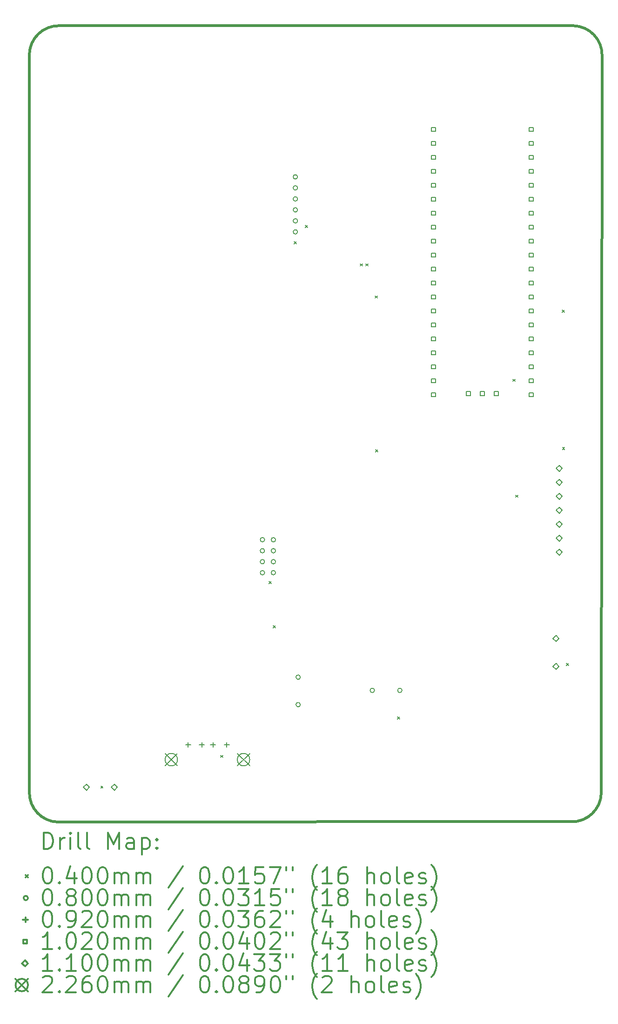
<source format=gbr>
%FSLAX45Y45*%
G04 Gerber Fmt 4.5, Leading zero omitted, Abs format (unit mm)*
G04 Created by KiCad (PCBNEW (5.1.10)-1) date 2021-09-21 16:53:33*
%MOMM*%
%LPD*%
G01*
G04 APERTURE LIST*
%TA.AperFunction,Profile*%
%ADD10C,0.500000*%
%TD*%
%ADD11C,0.200000*%
%ADD12C,0.300000*%
G04 APERTURE END LIST*
D10*
X5460000Y-2170000D02*
G75*
G02*
X6005350Y-1649871I534817J-14789D01*
G01*
X5980129Y-16135350D02*
G75*
G02*
X5460000Y-15590000I14789J534817D01*
G01*
X15360000Y-1650000D02*
G75*
G02*
X15880129Y-2195350I-14789J-534817D01*
G01*
X15865350Y-15610000D02*
G75*
G02*
X15320000Y-16130129I-534817J14789D01*
G01*
X5460000Y-15590000D02*
X5460000Y-2170000D01*
X15320000Y-16130129D02*
X5980129Y-16135350D01*
X15880129Y-2195350D02*
X15865350Y-15610000D01*
X6005350Y-1649871D02*
X15360000Y-1650000D01*
D11*
X6760000Y-15480000D02*
X6800000Y-15520000D01*
X6800000Y-15480000D02*
X6760000Y-15520000D01*
X8940000Y-14920000D02*
X8980000Y-14960000D01*
X8980000Y-14920000D02*
X8940000Y-14960000D01*
X9821265Y-11758735D02*
X9861265Y-11798735D01*
X9861265Y-11758735D02*
X9821265Y-11798735D01*
X9900000Y-12560000D02*
X9940000Y-12600000D01*
X9940000Y-12560000D02*
X9900000Y-12600000D01*
X10280000Y-5580000D02*
X10320000Y-5620000D01*
X10320000Y-5580000D02*
X10280000Y-5620000D01*
X10478735Y-5281265D02*
X10518735Y-5321265D01*
X10518735Y-5281265D02*
X10478735Y-5321265D01*
X11480000Y-5980000D02*
X11520000Y-6020000D01*
X11520000Y-5980000D02*
X11480000Y-6020000D01*
X11581265Y-5978735D02*
X11621265Y-6018735D01*
X11621265Y-5978735D02*
X11581265Y-6018735D01*
X11752500Y-6565148D02*
X11792500Y-6605148D01*
X11792500Y-6565148D02*
X11752500Y-6605148D01*
X11760000Y-9360000D02*
X11800000Y-9400000D01*
X11800000Y-9360000D02*
X11760000Y-9400000D01*
X12160000Y-14220000D02*
X12200000Y-14260000D01*
X12200000Y-14220000D02*
X12160000Y-14260000D01*
X14260000Y-8080000D02*
X14300000Y-8120000D01*
X14300000Y-8080000D02*
X14260000Y-8120000D01*
X14307500Y-10187531D02*
X14347500Y-10227531D01*
X14347500Y-10187531D02*
X14307500Y-10227531D01*
X15152500Y-6820000D02*
X15192500Y-6860000D01*
X15192500Y-6820000D02*
X15152500Y-6860000D01*
X15160000Y-9320000D02*
X15200000Y-9360000D01*
X15200000Y-9320000D02*
X15160000Y-9360000D01*
X15230000Y-13250000D02*
X15270000Y-13290000D01*
X15270000Y-13250000D02*
X15230000Y-13290000D01*
X9740000Y-11000000D02*
G75*
G03*
X9740000Y-11000000I-40000J0D01*
G01*
X9740000Y-11200000D02*
G75*
G03*
X9740000Y-11200000I-40000J0D01*
G01*
X9740000Y-11400000D02*
G75*
G03*
X9740000Y-11400000I-40000J0D01*
G01*
X9740000Y-11600000D02*
G75*
G03*
X9740000Y-11600000I-40000J0D01*
G01*
X9940000Y-11000000D02*
G75*
G03*
X9940000Y-11000000I-40000J0D01*
G01*
X9940000Y-11200000D02*
G75*
G03*
X9940000Y-11200000I-40000J0D01*
G01*
X9940000Y-11400000D02*
G75*
G03*
X9940000Y-11400000I-40000J0D01*
G01*
X9940000Y-11600000D02*
G75*
G03*
X9940000Y-11600000I-40000J0D01*
G01*
X10340000Y-4400000D02*
G75*
G03*
X10340000Y-4400000I-40000J0D01*
G01*
X10340000Y-4600000D02*
G75*
G03*
X10340000Y-4600000I-40000J0D01*
G01*
X10340000Y-4800000D02*
G75*
G03*
X10340000Y-4800000I-40000J0D01*
G01*
X10340000Y-5000000D02*
G75*
G03*
X10340000Y-5000000I-40000J0D01*
G01*
X10340000Y-5200000D02*
G75*
G03*
X10340000Y-5200000I-40000J0D01*
G01*
X10340000Y-5400000D02*
G75*
G03*
X10340000Y-5400000I-40000J0D01*
G01*
X10390000Y-13500000D02*
G75*
G03*
X10390000Y-13500000I-40000J0D01*
G01*
X10390000Y-14000000D02*
G75*
G03*
X10390000Y-14000000I-40000J0D01*
G01*
X11740000Y-13740000D02*
G75*
G03*
X11740000Y-13740000I-40000J0D01*
G01*
X12240000Y-13740000D02*
G75*
G03*
X12240000Y-13740000I-40000J0D01*
G01*
X8350000Y-14683000D02*
X8350000Y-14775000D01*
X8304000Y-14729000D02*
X8396000Y-14729000D01*
X8600000Y-14683000D02*
X8600000Y-14775000D01*
X8554000Y-14729000D02*
X8646000Y-14729000D01*
X8800000Y-14683000D02*
X8800000Y-14775000D01*
X8754000Y-14729000D02*
X8846000Y-14729000D01*
X9050000Y-14683000D02*
X9050000Y-14775000D01*
X9004000Y-14729000D02*
X9096000Y-14729000D01*
X12847063Y-3573063D02*
X12847063Y-3500937D01*
X12774937Y-3500937D01*
X12774937Y-3573063D01*
X12847063Y-3573063D01*
X12847063Y-3827063D02*
X12847063Y-3754937D01*
X12774937Y-3754937D01*
X12774937Y-3827063D01*
X12847063Y-3827063D01*
X12847063Y-4081063D02*
X12847063Y-4008937D01*
X12774937Y-4008937D01*
X12774937Y-4081063D01*
X12847063Y-4081063D01*
X12847063Y-4335063D02*
X12847063Y-4262937D01*
X12774937Y-4262937D01*
X12774937Y-4335063D01*
X12847063Y-4335063D01*
X12847063Y-4589063D02*
X12847063Y-4516937D01*
X12774937Y-4516937D01*
X12774937Y-4589063D01*
X12847063Y-4589063D01*
X12847063Y-4843063D02*
X12847063Y-4770937D01*
X12774937Y-4770937D01*
X12774937Y-4843063D01*
X12847063Y-4843063D01*
X12847063Y-5097063D02*
X12847063Y-5024937D01*
X12774937Y-5024937D01*
X12774937Y-5097063D01*
X12847063Y-5097063D01*
X12847063Y-5351063D02*
X12847063Y-5278937D01*
X12774937Y-5278937D01*
X12774937Y-5351063D01*
X12847063Y-5351063D01*
X12847063Y-5605063D02*
X12847063Y-5532937D01*
X12774937Y-5532937D01*
X12774937Y-5605063D01*
X12847063Y-5605063D01*
X12847063Y-5859063D02*
X12847063Y-5786937D01*
X12774937Y-5786937D01*
X12774937Y-5859063D01*
X12847063Y-5859063D01*
X12847063Y-6113063D02*
X12847063Y-6040937D01*
X12774937Y-6040937D01*
X12774937Y-6113063D01*
X12847063Y-6113063D01*
X12847063Y-6367063D02*
X12847063Y-6294937D01*
X12774937Y-6294937D01*
X12774937Y-6367063D01*
X12847063Y-6367063D01*
X12847063Y-6621063D02*
X12847063Y-6548937D01*
X12774937Y-6548937D01*
X12774937Y-6621063D01*
X12847063Y-6621063D01*
X12847063Y-6875063D02*
X12847063Y-6802937D01*
X12774937Y-6802937D01*
X12774937Y-6875063D01*
X12847063Y-6875063D01*
X12847063Y-7129063D02*
X12847063Y-7056937D01*
X12774937Y-7056937D01*
X12774937Y-7129063D01*
X12847063Y-7129063D01*
X12847063Y-7383063D02*
X12847063Y-7310937D01*
X12774937Y-7310937D01*
X12774937Y-7383063D01*
X12847063Y-7383063D01*
X12847063Y-7637063D02*
X12847063Y-7564937D01*
X12774937Y-7564937D01*
X12774937Y-7637063D01*
X12847063Y-7637063D01*
X12847063Y-7891063D02*
X12847063Y-7818937D01*
X12774937Y-7818937D01*
X12774937Y-7891063D01*
X12847063Y-7891063D01*
X12847063Y-8145063D02*
X12847063Y-8072937D01*
X12774937Y-8072937D01*
X12774937Y-8145063D01*
X12847063Y-8145063D01*
X12847063Y-8399063D02*
X12847063Y-8326937D01*
X12774937Y-8326937D01*
X12774937Y-8399063D01*
X12847063Y-8399063D01*
X13482063Y-8376063D02*
X13482063Y-8303937D01*
X13409937Y-8303937D01*
X13409937Y-8376063D01*
X13482063Y-8376063D01*
X13736063Y-8376063D02*
X13736063Y-8303937D01*
X13663937Y-8303937D01*
X13663937Y-8376063D01*
X13736063Y-8376063D01*
X13990063Y-8376063D02*
X13990063Y-8303937D01*
X13917937Y-8303937D01*
X13917937Y-8376063D01*
X13990063Y-8376063D01*
X14625063Y-3573063D02*
X14625063Y-3500937D01*
X14552937Y-3500937D01*
X14552937Y-3573063D01*
X14625063Y-3573063D01*
X14625063Y-3827063D02*
X14625063Y-3754937D01*
X14552937Y-3754937D01*
X14552937Y-3827063D01*
X14625063Y-3827063D01*
X14625063Y-4081063D02*
X14625063Y-4008937D01*
X14552937Y-4008937D01*
X14552937Y-4081063D01*
X14625063Y-4081063D01*
X14625063Y-4335063D02*
X14625063Y-4262937D01*
X14552937Y-4262937D01*
X14552937Y-4335063D01*
X14625063Y-4335063D01*
X14625063Y-4589063D02*
X14625063Y-4516937D01*
X14552937Y-4516937D01*
X14552937Y-4589063D01*
X14625063Y-4589063D01*
X14625063Y-4843063D02*
X14625063Y-4770937D01*
X14552937Y-4770937D01*
X14552937Y-4843063D01*
X14625063Y-4843063D01*
X14625063Y-5097063D02*
X14625063Y-5024937D01*
X14552937Y-5024937D01*
X14552937Y-5097063D01*
X14625063Y-5097063D01*
X14625063Y-5351063D02*
X14625063Y-5278937D01*
X14552937Y-5278937D01*
X14552937Y-5351063D01*
X14625063Y-5351063D01*
X14625063Y-5605063D02*
X14625063Y-5532937D01*
X14552937Y-5532937D01*
X14552937Y-5605063D01*
X14625063Y-5605063D01*
X14625063Y-5859063D02*
X14625063Y-5786937D01*
X14552937Y-5786937D01*
X14552937Y-5859063D01*
X14625063Y-5859063D01*
X14625063Y-6113063D02*
X14625063Y-6040937D01*
X14552937Y-6040937D01*
X14552937Y-6113063D01*
X14625063Y-6113063D01*
X14625063Y-6367063D02*
X14625063Y-6294937D01*
X14552937Y-6294937D01*
X14552937Y-6367063D01*
X14625063Y-6367063D01*
X14625063Y-6621063D02*
X14625063Y-6548937D01*
X14552937Y-6548937D01*
X14552937Y-6621063D01*
X14625063Y-6621063D01*
X14625063Y-6875063D02*
X14625063Y-6802937D01*
X14552937Y-6802937D01*
X14552937Y-6875063D01*
X14625063Y-6875063D01*
X14625063Y-7129063D02*
X14625063Y-7056937D01*
X14552937Y-7056937D01*
X14552937Y-7129063D01*
X14625063Y-7129063D01*
X14625063Y-7383063D02*
X14625063Y-7310937D01*
X14552937Y-7310937D01*
X14552937Y-7383063D01*
X14625063Y-7383063D01*
X14625063Y-7637063D02*
X14625063Y-7564937D01*
X14552937Y-7564937D01*
X14552937Y-7637063D01*
X14625063Y-7637063D01*
X14625063Y-7891063D02*
X14625063Y-7818937D01*
X14552937Y-7818937D01*
X14552937Y-7891063D01*
X14625063Y-7891063D01*
X14625063Y-8145063D02*
X14625063Y-8072937D01*
X14552937Y-8072937D01*
X14552937Y-8145063D01*
X14625063Y-8145063D01*
X14625063Y-8399063D02*
X14625063Y-8326937D01*
X14552937Y-8326937D01*
X14552937Y-8399063D01*
X14625063Y-8399063D01*
X6500000Y-15555000D02*
X6555000Y-15500000D01*
X6500000Y-15445000D01*
X6445000Y-15500000D01*
X6500000Y-15555000D01*
X7008000Y-15555000D02*
X7063000Y-15500000D01*
X7008000Y-15445000D01*
X6953000Y-15500000D01*
X7008000Y-15555000D01*
X15040000Y-12851000D02*
X15095000Y-12796000D01*
X15040000Y-12741000D01*
X14985000Y-12796000D01*
X15040000Y-12851000D01*
X15040000Y-13359000D02*
X15095000Y-13304000D01*
X15040000Y-13249000D01*
X14985000Y-13304000D01*
X15040000Y-13359000D01*
X15100000Y-9755000D02*
X15155000Y-9700000D01*
X15100000Y-9645000D01*
X15045000Y-9700000D01*
X15100000Y-9755000D01*
X15100000Y-10009000D02*
X15155000Y-9954000D01*
X15100000Y-9899000D01*
X15045000Y-9954000D01*
X15100000Y-10009000D01*
X15100000Y-10263000D02*
X15155000Y-10208000D01*
X15100000Y-10153000D01*
X15045000Y-10208000D01*
X15100000Y-10263000D01*
X15100000Y-10517000D02*
X15155000Y-10462000D01*
X15100000Y-10407000D01*
X15045000Y-10462000D01*
X15100000Y-10517000D01*
X15100000Y-10771000D02*
X15155000Y-10716000D01*
X15100000Y-10661000D01*
X15045000Y-10716000D01*
X15100000Y-10771000D01*
X15100000Y-11025000D02*
X15155000Y-10970000D01*
X15100000Y-10915000D01*
X15045000Y-10970000D01*
X15100000Y-11025000D01*
X15100000Y-11279000D02*
X15155000Y-11224000D01*
X15100000Y-11169000D01*
X15045000Y-11224000D01*
X15100000Y-11279000D01*
X7930000Y-14887000D02*
X8156000Y-15113000D01*
X8156000Y-14887000D02*
X7930000Y-15113000D01*
X8156000Y-15000000D02*
G75*
G03*
X8156000Y-15000000I-113000J0D01*
G01*
X9244000Y-14887000D02*
X9470000Y-15113000D01*
X9470000Y-14887000D02*
X9244000Y-15113000D01*
X9470000Y-15000000D02*
G75*
G03*
X9470000Y-15000000I-113000J0D01*
G01*
D12*
X5721325Y-16626064D02*
X5721325Y-16326064D01*
X5792753Y-16326064D01*
X5835610Y-16340350D01*
X5864182Y-16368921D01*
X5878468Y-16397493D01*
X5892753Y-16454636D01*
X5892753Y-16497493D01*
X5878468Y-16554636D01*
X5864182Y-16583207D01*
X5835610Y-16611778D01*
X5792753Y-16626064D01*
X5721325Y-16626064D01*
X6021325Y-16626064D02*
X6021325Y-16426064D01*
X6021325Y-16483207D02*
X6035610Y-16454636D01*
X6049896Y-16440350D01*
X6078468Y-16426064D01*
X6107039Y-16426064D01*
X6207039Y-16626064D02*
X6207039Y-16426064D01*
X6207039Y-16326064D02*
X6192753Y-16340350D01*
X6207039Y-16354636D01*
X6221325Y-16340350D01*
X6207039Y-16326064D01*
X6207039Y-16354636D01*
X6392753Y-16626064D02*
X6364182Y-16611778D01*
X6349896Y-16583207D01*
X6349896Y-16326064D01*
X6549896Y-16626064D02*
X6521325Y-16611778D01*
X6507039Y-16583207D01*
X6507039Y-16326064D01*
X6892753Y-16626064D02*
X6892753Y-16326064D01*
X6992753Y-16540350D01*
X7092753Y-16326064D01*
X7092753Y-16626064D01*
X7364182Y-16626064D02*
X7364182Y-16468921D01*
X7349896Y-16440350D01*
X7321325Y-16426064D01*
X7264182Y-16426064D01*
X7235610Y-16440350D01*
X7364182Y-16611778D02*
X7335610Y-16626064D01*
X7264182Y-16626064D01*
X7235610Y-16611778D01*
X7221325Y-16583207D01*
X7221325Y-16554636D01*
X7235610Y-16526064D01*
X7264182Y-16511778D01*
X7335610Y-16511778D01*
X7364182Y-16497493D01*
X7507039Y-16426064D02*
X7507039Y-16726064D01*
X7507039Y-16440350D02*
X7535610Y-16426064D01*
X7592753Y-16426064D01*
X7621325Y-16440350D01*
X7635610Y-16454636D01*
X7649896Y-16483207D01*
X7649896Y-16568921D01*
X7635610Y-16597493D01*
X7621325Y-16611778D01*
X7592753Y-16626064D01*
X7535610Y-16626064D01*
X7507039Y-16611778D01*
X7778468Y-16597493D02*
X7792753Y-16611778D01*
X7778468Y-16626064D01*
X7764182Y-16611778D01*
X7778468Y-16597493D01*
X7778468Y-16626064D01*
X7778468Y-16440350D02*
X7792753Y-16454636D01*
X7778468Y-16468921D01*
X7764182Y-16454636D01*
X7778468Y-16440350D01*
X7778468Y-16468921D01*
X5394896Y-17100350D02*
X5434896Y-17140350D01*
X5434896Y-17100350D02*
X5394896Y-17140350D01*
X5778468Y-16956064D02*
X5807039Y-16956064D01*
X5835610Y-16970350D01*
X5849896Y-16984636D01*
X5864182Y-17013207D01*
X5878468Y-17070350D01*
X5878468Y-17141779D01*
X5864182Y-17198921D01*
X5849896Y-17227493D01*
X5835610Y-17241779D01*
X5807039Y-17256064D01*
X5778468Y-17256064D01*
X5749896Y-17241779D01*
X5735610Y-17227493D01*
X5721325Y-17198921D01*
X5707039Y-17141779D01*
X5707039Y-17070350D01*
X5721325Y-17013207D01*
X5735610Y-16984636D01*
X5749896Y-16970350D01*
X5778468Y-16956064D01*
X6007039Y-17227493D02*
X6021325Y-17241779D01*
X6007039Y-17256064D01*
X5992753Y-17241779D01*
X6007039Y-17227493D01*
X6007039Y-17256064D01*
X6278468Y-17056064D02*
X6278468Y-17256064D01*
X6207039Y-16941779D02*
X6135610Y-17156064D01*
X6321325Y-17156064D01*
X6492753Y-16956064D02*
X6521325Y-16956064D01*
X6549896Y-16970350D01*
X6564182Y-16984636D01*
X6578468Y-17013207D01*
X6592753Y-17070350D01*
X6592753Y-17141779D01*
X6578468Y-17198921D01*
X6564182Y-17227493D01*
X6549896Y-17241779D01*
X6521325Y-17256064D01*
X6492753Y-17256064D01*
X6464182Y-17241779D01*
X6449896Y-17227493D01*
X6435610Y-17198921D01*
X6421325Y-17141779D01*
X6421325Y-17070350D01*
X6435610Y-17013207D01*
X6449896Y-16984636D01*
X6464182Y-16970350D01*
X6492753Y-16956064D01*
X6778468Y-16956064D02*
X6807039Y-16956064D01*
X6835610Y-16970350D01*
X6849896Y-16984636D01*
X6864182Y-17013207D01*
X6878468Y-17070350D01*
X6878468Y-17141779D01*
X6864182Y-17198921D01*
X6849896Y-17227493D01*
X6835610Y-17241779D01*
X6807039Y-17256064D01*
X6778468Y-17256064D01*
X6749896Y-17241779D01*
X6735610Y-17227493D01*
X6721325Y-17198921D01*
X6707039Y-17141779D01*
X6707039Y-17070350D01*
X6721325Y-17013207D01*
X6735610Y-16984636D01*
X6749896Y-16970350D01*
X6778468Y-16956064D01*
X7007039Y-17256064D02*
X7007039Y-17056064D01*
X7007039Y-17084636D02*
X7021325Y-17070350D01*
X7049896Y-17056064D01*
X7092753Y-17056064D01*
X7121325Y-17070350D01*
X7135610Y-17098921D01*
X7135610Y-17256064D01*
X7135610Y-17098921D02*
X7149896Y-17070350D01*
X7178468Y-17056064D01*
X7221325Y-17056064D01*
X7249896Y-17070350D01*
X7264182Y-17098921D01*
X7264182Y-17256064D01*
X7407039Y-17256064D02*
X7407039Y-17056064D01*
X7407039Y-17084636D02*
X7421325Y-17070350D01*
X7449896Y-17056064D01*
X7492753Y-17056064D01*
X7521325Y-17070350D01*
X7535610Y-17098921D01*
X7535610Y-17256064D01*
X7535610Y-17098921D02*
X7549896Y-17070350D01*
X7578468Y-17056064D01*
X7621325Y-17056064D01*
X7649896Y-17070350D01*
X7664182Y-17098921D01*
X7664182Y-17256064D01*
X8249896Y-16941779D02*
X7992753Y-17327493D01*
X8635610Y-16956064D02*
X8664182Y-16956064D01*
X8692753Y-16970350D01*
X8707039Y-16984636D01*
X8721325Y-17013207D01*
X8735610Y-17070350D01*
X8735610Y-17141779D01*
X8721325Y-17198921D01*
X8707039Y-17227493D01*
X8692753Y-17241779D01*
X8664182Y-17256064D01*
X8635610Y-17256064D01*
X8607039Y-17241779D01*
X8592753Y-17227493D01*
X8578468Y-17198921D01*
X8564182Y-17141779D01*
X8564182Y-17070350D01*
X8578468Y-17013207D01*
X8592753Y-16984636D01*
X8607039Y-16970350D01*
X8635610Y-16956064D01*
X8864182Y-17227493D02*
X8878468Y-17241779D01*
X8864182Y-17256064D01*
X8849896Y-17241779D01*
X8864182Y-17227493D01*
X8864182Y-17256064D01*
X9064182Y-16956064D02*
X9092753Y-16956064D01*
X9121325Y-16970350D01*
X9135610Y-16984636D01*
X9149896Y-17013207D01*
X9164182Y-17070350D01*
X9164182Y-17141779D01*
X9149896Y-17198921D01*
X9135610Y-17227493D01*
X9121325Y-17241779D01*
X9092753Y-17256064D01*
X9064182Y-17256064D01*
X9035610Y-17241779D01*
X9021325Y-17227493D01*
X9007039Y-17198921D01*
X8992753Y-17141779D01*
X8992753Y-17070350D01*
X9007039Y-17013207D01*
X9021325Y-16984636D01*
X9035610Y-16970350D01*
X9064182Y-16956064D01*
X9449896Y-17256064D02*
X9278468Y-17256064D01*
X9364182Y-17256064D02*
X9364182Y-16956064D01*
X9335610Y-16998921D01*
X9307039Y-17027493D01*
X9278468Y-17041779D01*
X9721325Y-16956064D02*
X9578468Y-16956064D01*
X9564182Y-17098921D01*
X9578468Y-17084636D01*
X9607039Y-17070350D01*
X9678468Y-17070350D01*
X9707039Y-17084636D01*
X9721325Y-17098921D01*
X9735610Y-17127493D01*
X9735610Y-17198921D01*
X9721325Y-17227493D01*
X9707039Y-17241779D01*
X9678468Y-17256064D01*
X9607039Y-17256064D01*
X9578468Y-17241779D01*
X9564182Y-17227493D01*
X9835610Y-16956064D02*
X10035610Y-16956064D01*
X9907039Y-17256064D01*
X10135610Y-16956064D02*
X10135610Y-17013207D01*
X10249896Y-16956064D02*
X10249896Y-17013207D01*
X10692753Y-17370350D02*
X10678468Y-17356064D01*
X10649896Y-17313207D01*
X10635610Y-17284636D01*
X10621325Y-17241779D01*
X10607039Y-17170350D01*
X10607039Y-17113207D01*
X10621325Y-17041779D01*
X10635610Y-16998921D01*
X10649896Y-16970350D01*
X10678468Y-16927493D01*
X10692753Y-16913207D01*
X10964182Y-17256064D02*
X10792753Y-17256064D01*
X10878468Y-17256064D02*
X10878468Y-16956064D01*
X10849896Y-16998921D01*
X10821325Y-17027493D01*
X10792753Y-17041779D01*
X11221325Y-16956064D02*
X11164182Y-16956064D01*
X11135610Y-16970350D01*
X11121325Y-16984636D01*
X11092753Y-17027493D01*
X11078468Y-17084636D01*
X11078468Y-17198921D01*
X11092753Y-17227493D01*
X11107039Y-17241779D01*
X11135610Y-17256064D01*
X11192753Y-17256064D01*
X11221325Y-17241779D01*
X11235610Y-17227493D01*
X11249896Y-17198921D01*
X11249896Y-17127493D01*
X11235610Y-17098921D01*
X11221325Y-17084636D01*
X11192753Y-17070350D01*
X11135610Y-17070350D01*
X11107039Y-17084636D01*
X11092753Y-17098921D01*
X11078468Y-17127493D01*
X11607039Y-17256064D02*
X11607039Y-16956064D01*
X11735610Y-17256064D02*
X11735610Y-17098921D01*
X11721325Y-17070350D01*
X11692753Y-17056064D01*
X11649896Y-17056064D01*
X11621325Y-17070350D01*
X11607039Y-17084636D01*
X11921325Y-17256064D02*
X11892753Y-17241779D01*
X11878468Y-17227493D01*
X11864182Y-17198921D01*
X11864182Y-17113207D01*
X11878468Y-17084636D01*
X11892753Y-17070350D01*
X11921325Y-17056064D01*
X11964182Y-17056064D01*
X11992753Y-17070350D01*
X12007039Y-17084636D01*
X12021325Y-17113207D01*
X12021325Y-17198921D01*
X12007039Y-17227493D01*
X11992753Y-17241779D01*
X11964182Y-17256064D01*
X11921325Y-17256064D01*
X12192753Y-17256064D02*
X12164182Y-17241779D01*
X12149896Y-17213207D01*
X12149896Y-16956064D01*
X12421325Y-17241779D02*
X12392753Y-17256064D01*
X12335610Y-17256064D01*
X12307039Y-17241779D01*
X12292753Y-17213207D01*
X12292753Y-17098921D01*
X12307039Y-17070350D01*
X12335610Y-17056064D01*
X12392753Y-17056064D01*
X12421325Y-17070350D01*
X12435610Y-17098921D01*
X12435610Y-17127493D01*
X12292753Y-17156064D01*
X12549896Y-17241779D02*
X12578468Y-17256064D01*
X12635610Y-17256064D01*
X12664182Y-17241779D01*
X12678468Y-17213207D01*
X12678468Y-17198921D01*
X12664182Y-17170350D01*
X12635610Y-17156064D01*
X12592753Y-17156064D01*
X12564182Y-17141779D01*
X12549896Y-17113207D01*
X12549896Y-17098921D01*
X12564182Y-17070350D01*
X12592753Y-17056064D01*
X12635610Y-17056064D01*
X12664182Y-17070350D01*
X12778468Y-17370350D02*
X12792753Y-17356064D01*
X12821325Y-17313207D01*
X12835610Y-17284636D01*
X12849896Y-17241779D01*
X12864182Y-17170350D01*
X12864182Y-17113207D01*
X12849896Y-17041779D01*
X12835610Y-16998921D01*
X12821325Y-16970350D01*
X12792753Y-16927493D01*
X12778468Y-16913207D01*
X5434896Y-17516350D02*
G75*
G03*
X5434896Y-17516350I-40000J0D01*
G01*
X5778468Y-17352064D02*
X5807039Y-17352064D01*
X5835610Y-17366350D01*
X5849896Y-17380636D01*
X5864182Y-17409207D01*
X5878468Y-17466350D01*
X5878468Y-17537779D01*
X5864182Y-17594921D01*
X5849896Y-17623493D01*
X5835610Y-17637779D01*
X5807039Y-17652064D01*
X5778468Y-17652064D01*
X5749896Y-17637779D01*
X5735610Y-17623493D01*
X5721325Y-17594921D01*
X5707039Y-17537779D01*
X5707039Y-17466350D01*
X5721325Y-17409207D01*
X5735610Y-17380636D01*
X5749896Y-17366350D01*
X5778468Y-17352064D01*
X6007039Y-17623493D02*
X6021325Y-17637779D01*
X6007039Y-17652064D01*
X5992753Y-17637779D01*
X6007039Y-17623493D01*
X6007039Y-17652064D01*
X6192753Y-17480636D02*
X6164182Y-17466350D01*
X6149896Y-17452064D01*
X6135610Y-17423493D01*
X6135610Y-17409207D01*
X6149896Y-17380636D01*
X6164182Y-17366350D01*
X6192753Y-17352064D01*
X6249896Y-17352064D01*
X6278468Y-17366350D01*
X6292753Y-17380636D01*
X6307039Y-17409207D01*
X6307039Y-17423493D01*
X6292753Y-17452064D01*
X6278468Y-17466350D01*
X6249896Y-17480636D01*
X6192753Y-17480636D01*
X6164182Y-17494921D01*
X6149896Y-17509207D01*
X6135610Y-17537779D01*
X6135610Y-17594921D01*
X6149896Y-17623493D01*
X6164182Y-17637779D01*
X6192753Y-17652064D01*
X6249896Y-17652064D01*
X6278468Y-17637779D01*
X6292753Y-17623493D01*
X6307039Y-17594921D01*
X6307039Y-17537779D01*
X6292753Y-17509207D01*
X6278468Y-17494921D01*
X6249896Y-17480636D01*
X6492753Y-17352064D02*
X6521325Y-17352064D01*
X6549896Y-17366350D01*
X6564182Y-17380636D01*
X6578468Y-17409207D01*
X6592753Y-17466350D01*
X6592753Y-17537779D01*
X6578468Y-17594921D01*
X6564182Y-17623493D01*
X6549896Y-17637779D01*
X6521325Y-17652064D01*
X6492753Y-17652064D01*
X6464182Y-17637779D01*
X6449896Y-17623493D01*
X6435610Y-17594921D01*
X6421325Y-17537779D01*
X6421325Y-17466350D01*
X6435610Y-17409207D01*
X6449896Y-17380636D01*
X6464182Y-17366350D01*
X6492753Y-17352064D01*
X6778468Y-17352064D02*
X6807039Y-17352064D01*
X6835610Y-17366350D01*
X6849896Y-17380636D01*
X6864182Y-17409207D01*
X6878468Y-17466350D01*
X6878468Y-17537779D01*
X6864182Y-17594921D01*
X6849896Y-17623493D01*
X6835610Y-17637779D01*
X6807039Y-17652064D01*
X6778468Y-17652064D01*
X6749896Y-17637779D01*
X6735610Y-17623493D01*
X6721325Y-17594921D01*
X6707039Y-17537779D01*
X6707039Y-17466350D01*
X6721325Y-17409207D01*
X6735610Y-17380636D01*
X6749896Y-17366350D01*
X6778468Y-17352064D01*
X7007039Y-17652064D02*
X7007039Y-17452064D01*
X7007039Y-17480636D02*
X7021325Y-17466350D01*
X7049896Y-17452064D01*
X7092753Y-17452064D01*
X7121325Y-17466350D01*
X7135610Y-17494921D01*
X7135610Y-17652064D01*
X7135610Y-17494921D02*
X7149896Y-17466350D01*
X7178468Y-17452064D01*
X7221325Y-17452064D01*
X7249896Y-17466350D01*
X7264182Y-17494921D01*
X7264182Y-17652064D01*
X7407039Y-17652064D02*
X7407039Y-17452064D01*
X7407039Y-17480636D02*
X7421325Y-17466350D01*
X7449896Y-17452064D01*
X7492753Y-17452064D01*
X7521325Y-17466350D01*
X7535610Y-17494921D01*
X7535610Y-17652064D01*
X7535610Y-17494921D02*
X7549896Y-17466350D01*
X7578468Y-17452064D01*
X7621325Y-17452064D01*
X7649896Y-17466350D01*
X7664182Y-17494921D01*
X7664182Y-17652064D01*
X8249896Y-17337779D02*
X7992753Y-17723493D01*
X8635610Y-17352064D02*
X8664182Y-17352064D01*
X8692753Y-17366350D01*
X8707039Y-17380636D01*
X8721325Y-17409207D01*
X8735610Y-17466350D01*
X8735610Y-17537779D01*
X8721325Y-17594921D01*
X8707039Y-17623493D01*
X8692753Y-17637779D01*
X8664182Y-17652064D01*
X8635610Y-17652064D01*
X8607039Y-17637779D01*
X8592753Y-17623493D01*
X8578468Y-17594921D01*
X8564182Y-17537779D01*
X8564182Y-17466350D01*
X8578468Y-17409207D01*
X8592753Y-17380636D01*
X8607039Y-17366350D01*
X8635610Y-17352064D01*
X8864182Y-17623493D02*
X8878468Y-17637779D01*
X8864182Y-17652064D01*
X8849896Y-17637779D01*
X8864182Y-17623493D01*
X8864182Y-17652064D01*
X9064182Y-17352064D02*
X9092753Y-17352064D01*
X9121325Y-17366350D01*
X9135610Y-17380636D01*
X9149896Y-17409207D01*
X9164182Y-17466350D01*
X9164182Y-17537779D01*
X9149896Y-17594921D01*
X9135610Y-17623493D01*
X9121325Y-17637779D01*
X9092753Y-17652064D01*
X9064182Y-17652064D01*
X9035610Y-17637779D01*
X9021325Y-17623493D01*
X9007039Y-17594921D01*
X8992753Y-17537779D01*
X8992753Y-17466350D01*
X9007039Y-17409207D01*
X9021325Y-17380636D01*
X9035610Y-17366350D01*
X9064182Y-17352064D01*
X9264182Y-17352064D02*
X9449896Y-17352064D01*
X9349896Y-17466350D01*
X9392753Y-17466350D01*
X9421325Y-17480636D01*
X9435610Y-17494921D01*
X9449896Y-17523493D01*
X9449896Y-17594921D01*
X9435610Y-17623493D01*
X9421325Y-17637779D01*
X9392753Y-17652064D01*
X9307039Y-17652064D01*
X9278468Y-17637779D01*
X9264182Y-17623493D01*
X9735610Y-17652064D02*
X9564182Y-17652064D01*
X9649896Y-17652064D02*
X9649896Y-17352064D01*
X9621325Y-17394921D01*
X9592753Y-17423493D01*
X9564182Y-17437779D01*
X10007039Y-17352064D02*
X9864182Y-17352064D01*
X9849896Y-17494921D01*
X9864182Y-17480636D01*
X9892753Y-17466350D01*
X9964182Y-17466350D01*
X9992753Y-17480636D01*
X10007039Y-17494921D01*
X10021325Y-17523493D01*
X10021325Y-17594921D01*
X10007039Y-17623493D01*
X9992753Y-17637779D01*
X9964182Y-17652064D01*
X9892753Y-17652064D01*
X9864182Y-17637779D01*
X9849896Y-17623493D01*
X10135610Y-17352064D02*
X10135610Y-17409207D01*
X10249896Y-17352064D02*
X10249896Y-17409207D01*
X10692753Y-17766350D02*
X10678468Y-17752064D01*
X10649896Y-17709207D01*
X10635610Y-17680636D01*
X10621325Y-17637779D01*
X10607039Y-17566350D01*
X10607039Y-17509207D01*
X10621325Y-17437779D01*
X10635610Y-17394921D01*
X10649896Y-17366350D01*
X10678468Y-17323493D01*
X10692753Y-17309207D01*
X10964182Y-17652064D02*
X10792753Y-17652064D01*
X10878468Y-17652064D02*
X10878468Y-17352064D01*
X10849896Y-17394921D01*
X10821325Y-17423493D01*
X10792753Y-17437779D01*
X11135610Y-17480636D02*
X11107039Y-17466350D01*
X11092753Y-17452064D01*
X11078468Y-17423493D01*
X11078468Y-17409207D01*
X11092753Y-17380636D01*
X11107039Y-17366350D01*
X11135610Y-17352064D01*
X11192753Y-17352064D01*
X11221325Y-17366350D01*
X11235610Y-17380636D01*
X11249896Y-17409207D01*
X11249896Y-17423493D01*
X11235610Y-17452064D01*
X11221325Y-17466350D01*
X11192753Y-17480636D01*
X11135610Y-17480636D01*
X11107039Y-17494921D01*
X11092753Y-17509207D01*
X11078468Y-17537779D01*
X11078468Y-17594921D01*
X11092753Y-17623493D01*
X11107039Y-17637779D01*
X11135610Y-17652064D01*
X11192753Y-17652064D01*
X11221325Y-17637779D01*
X11235610Y-17623493D01*
X11249896Y-17594921D01*
X11249896Y-17537779D01*
X11235610Y-17509207D01*
X11221325Y-17494921D01*
X11192753Y-17480636D01*
X11607039Y-17652064D02*
X11607039Y-17352064D01*
X11735610Y-17652064D02*
X11735610Y-17494921D01*
X11721325Y-17466350D01*
X11692753Y-17452064D01*
X11649896Y-17452064D01*
X11621325Y-17466350D01*
X11607039Y-17480636D01*
X11921325Y-17652064D02*
X11892753Y-17637779D01*
X11878468Y-17623493D01*
X11864182Y-17594921D01*
X11864182Y-17509207D01*
X11878468Y-17480636D01*
X11892753Y-17466350D01*
X11921325Y-17452064D01*
X11964182Y-17452064D01*
X11992753Y-17466350D01*
X12007039Y-17480636D01*
X12021325Y-17509207D01*
X12021325Y-17594921D01*
X12007039Y-17623493D01*
X11992753Y-17637779D01*
X11964182Y-17652064D01*
X11921325Y-17652064D01*
X12192753Y-17652064D02*
X12164182Y-17637779D01*
X12149896Y-17609207D01*
X12149896Y-17352064D01*
X12421325Y-17637779D02*
X12392753Y-17652064D01*
X12335610Y-17652064D01*
X12307039Y-17637779D01*
X12292753Y-17609207D01*
X12292753Y-17494921D01*
X12307039Y-17466350D01*
X12335610Y-17452064D01*
X12392753Y-17452064D01*
X12421325Y-17466350D01*
X12435610Y-17494921D01*
X12435610Y-17523493D01*
X12292753Y-17552064D01*
X12549896Y-17637779D02*
X12578468Y-17652064D01*
X12635610Y-17652064D01*
X12664182Y-17637779D01*
X12678468Y-17609207D01*
X12678468Y-17594921D01*
X12664182Y-17566350D01*
X12635610Y-17552064D01*
X12592753Y-17552064D01*
X12564182Y-17537779D01*
X12549896Y-17509207D01*
X12549896Y-17494921D01*
X12564182Y-17466350D01*
X12592753Y-17452064D01*
X12635610Y-17452064D01*
X12664182Y-17466350D01*
X12778468Y-17766350D02*
X12792753Y-17752064D01*
X12821325Y-17709207D01*
X12835610Y-17680636D01*
X12849896Y-17637779D01*
X12864182Y-17566350D01*
X12864182Y-17509207D01*
X12849896Y-17437779D01*
X12835610Y-17394921D01*
X12821325Y-17366350D01*
X12792753Y-17323493D01*
X12778468Y-17309207D01*
X5388896Y-17866350D02*
X5388896Y-17958350D01*
X5342896Y-17912350D02*
X5434896Y-17912350D01*
X5778468Y-17748064D02*
X5807039Y-17748064D01*
X5835610Y-17762350D01*
X5849896Y-17776636D01*
X5864182Y-17805207D01*
X5878468Y-17862350D01*
X5878468Y-17933779D01*
X5864182Y-17990921D01*
X5849896Y-18019493D01*
X5835610Y-18033779D01*
X5807039Y-18048064D01*
X5778468Y-18048064D01*
X5749896Y-18033779D01*
X5735610Y-18019493D01*
X5721325Y-17990921D01*
X5707039Y-17933779D01*
X5707039Y-17862350D01*
X5721325Y-17805207D01*
X5735610Y-17776636D01*
X5749896Y-17762350D01*
X5778468Y-17748064D01*
X6007039Y-18019493D02*
X6021325Y-18033779D01*
X6007039Y-18048064D01*
X5992753Y-18033779D01*
X6007039Y-18019493D01*
X6007039Y-18048064D01*
X6164182Y-18048064D02*
X6221325Y-18048064D01*
X6249896Y-18033779D01*
X6264182Y-18019493D01*
X6292753Y-17976636D01*
X6307039Y-17919493D01*
X6307039Y-17805207D01*
X6292753Y-17776636D01*
X6278468Y-17762350D01*
X6249896Y-17748064D01*
X6192753Y-17748064D01*
X6164182Y-17762350D01*
X6149896Y-17776636D01*
X6135610Y-17805207D01*
X6135610Y-17876636D01*
X6149896Y-17905207D01*
X6164182Y-17919493D01*
X6192753Y-17933779D01*
X6249896Y-17933779D01*
X6278468Y-17919493D01*
X6292753Y-17905207D01*
X6307039Y-17876636D01*
X6421325Y-17776636D02*
X6435610Y-17762350D01*
X6464182Y-17748064D01*
X6535610Y-17748064D01*
X6564182Y-17762350D01*
X6578468Y-17776636D01*
X6592753Y-17805207D01*
X6592753Y-17833779D01*
X6578468Y-17876636D01*
X6407039Y-18048064D01*
X6592753Y-18048064D01*
X6778468Y-17748064D02*
X6807039Y-17748064D01*
X6835610Y-17762350D01*
X6849896Y-17776636D01*
X6864182Y-17805207D01*
X6878468Y-17862350D01*
X6878468Y-17933779D01*
X6864182Y-17990921D01*
X6849896Y-18019493D01*
X6835610Y-18033779D01*
X6807039Y-18048064D01*
X6778468Y-18048064D01*
X6749896Y-18033779D01*
X6735610Y-18019493D01*
X6721325Y-17990921D01*
X6707039Y-17933779D01*
X6707039Y-17862350D01*
X6721325Y-17805207D01*
X6735610Y-17776636D01*
X6749896Y-17762350D01*
X6778468Y-17748064D01*
X7007039Y-18048064D02*
X7007039Y-17848064D01*
X7007039Y-17876636D02*
X7021325Y-17862350D01*
X7049896Y-17848064D01*
X7092753Y-17848064D01*
X7121325Y-17862350D01*
X7135610Y-17890921D01*
X7135610Y-18048064D01*
X7135610Y-17890921D02*
X7149896Y-17862350D01*
X7178468Y-17848064D01*
X7221325Y-17848064D01*
X7249896Y-17862350D01*
X7264182Y-17890921D01*
X7264182Y-18048064D01*
X7407039Y-18048064D02*
X7407039Y-17848064D01*
X7407039Y-17876636D02*
X7421325Y-17862350D01*
X7449896Y-17848064D01*
X7492753Y-17848064D01*
X7521325Y-17862350D01*
X7535610Y-17890921D01*
X7535610Y-18048064D01*
X7535610Y-17890921D02*
X7549896Y-17862350D01*
X7578468Y-17848064D01*
X7621325Y-17848064D01*
X7649896Y-17862350D01*
X7664182Y-17890921D01*
X7664182Y-18048064D01*
X8249896Y-17733779D02*
X7992753Y-18119493D01*
X8635610Y-17748064D02*
X8664182Y-17748064D01*
X8692753Y-17762350D01*
X8707039Y-17776636D01*
X8721325Y-17805207D01*
X8735610Y-17862350D01*
X8735610Y-17933779D01*
X8721325Y-17990921D01*
X8707039Y-18019493D01*
X8692753Y-18033779D01*
X8664182Y-18048064D01*
X8635610Y-18048064D01*
X8607039Y-18033779D01*
X8592753Y-18019493D01*
X8578468Y-17990921D01*
X8564182Y-17933779D01*
X8564182Y-17862350D01*
X8578468Y-17805207D01*
X8592753Y-17776636D01*
X8607039Y-17762350D01*
X8635610Y-17748064D01*
X8864182Y-18019493D02*
X8878468Y-18033779D01*
X8864182Y-18048064D01*
X8849896Y-18033779D01*
X8864182Y-18019493D01*
X8864182Y-18048064D01*
X9064182Y-17748064D02*
X9092753Y-17748064D01*
X9121325Y-17762350D01*
X9135610Y-17776636D01*
X9149896Y-17805207D01*
X9164182Y-17862350D01*
X9164182Y-17933779D01*
X9149896Y-17990921D01*
X9135610Y-18019493D01*
X9121325Y-18033779D01*
X9092753Y-18048064D01*
X9064182Y-18048064D01*
X9035610Y-18033779D01*
X9021325Y-18019493D01*
X9007039Y-17990921D01*
X8992753Y-17933779D01*
X8992753Y-17862350D01*
X9007039Y-17805207D01*
X9021325Y-17776636D01*
X9035610Y-17762350D01*
X9064182Y-17748064D01*
X9264182Y-17748064D02*
X9449896Y-17748064D01*
X9349896Y-17862350D01*
X9392753Y-17862350D01*
X9421325Y-17876636D01*
X9435610Y-17890921D01*
X9449896Y-17919493D01*
X9449896Y-17990921D01*
X9435610Y-18019493D01*
X9421325Y-18033779D01*
X9392753Y-18048064D01*
X9307039Y-18048064D01*
X9278468Y-18033779D01*
X9264182Y-18019493D01*
X9707039Y-17748064D02*
X9649896Y-17748064D01*
X9621325Y-17762350D01*
X9607039Y-17776636D01*
X9578468Y-17819493D01*
X9564182Y-17876636D01*
X9564182Y-17990921D01*
X9578468Y-18019493D01*
X9592753Y-18033779D01*
X9621325Y-18048064D01*
X9678468Y-18048064D01*
X9707039Y-18033779D01*
X9721325Y-18019493D01*
X9735610Y-17990921D01*
X9735610Y-17919493D01*
X9721325Y-17890921D01*
X9707039Y-17876636D01*
X9678468Y-17862350D01*
X9621325Y-17862350D01*
X9592753Y-17876636D01*
X9578468Y-17890921D01*
X9564182Y-17919493D01*
X9849896Y-17776636D02*
X9864182Y-17762350D01*
X9892753Y-17748064D01*
X9964182Y-17748064D01*
X9992753Y-17762350D01*
X10007039Y-17776636D01*
X10021325Y-17805207D01*
X10021325Y-17833779D01*
X10007039Y-17876636D01*
X9835610Y-18048064D01*
X10021325Y-18048064D01*
X10135610Y-17748064D02*
X10135610Y-17805207D01*
X10249896Y-17748064D02*
X10249896Y-17805207D01*
X10692753Y-18162350D02*
X10678468Y-18148064D01*
X10649896Y-18105207D01*
X10635610Y-18076636D01*
X10621325Y-18033779D01*
X10607039Y-17962350D01*
X10607039Y-17905207D01*
X10621325Y-17833779D01*
X10635610Y-17790921D01*
X10649896Y-17762350D01*
X10678468Y-17719493D01*
X10692753Y-17705207D01*
X10935610Y-17848064D02*
X10935610Y-18048064D01*
X10864182Y-17733779D02*
X10792753Y-17948064D01*
X10978468Y-17948064D01*
X11321325Y-18048064D02*
X11321325Y-17748064D01*
X11449896Y-18048064D02*
X11449896Y-17890921D01*
X11435610Y-17862350D01*
X11407039Y-17848064D01*
X11364182Y-17848064D01*
X11335610Y-17862350D01*
X11321325Y-17876636D01*
X11635610Y-18048064D02*
X11607039Y-18033779D01*
X11592753Y-18019493D01*
X11578468Y-17990921D01*
X11578468Y-17905207D01*
X11592753Y-17876636D01*
X11607039Y-17862350D01*
X11635610Y-17848064D01*
X11678468Y-17848064D01*
X11707039Y-17862350D01*
X11721325Y-17876636D01*
X11735610Y-17905207D01*
X11735610Y-17990921D01*
X11721325Y-18019493D01*
X11707039Y-18033779D01*
X11678468Y-18048064D01*
X11635610Y-18048064D01*
X11907039Y-18048064D02*
X11878468Y-18033779D01*
X11864182Y-18005207D01*
X11864182Y-17748064D01*
X12135610Y-18033779D02*
X12107039Y-18048064D01*
X12049896Y-18048064D01*
X12021325Y-18033779D01*
X12007039Y-18005207D01*
X12007039Y-17890921D01*
X12021325Y-17862350D01*
X12049896Y-17848064D01*
X12107039Y-17848064D01*
X12135610Y-17862350D01*
X12149896Y-17890921D01*
X12149896Y-17919493D01*
X12007039Y-17948064D01*
X12264182Y-18033779D02*
X12292753Y-18048064D01*
X12349896Y-18048064D01*
X12378468Y-18033779D01*
X12392753Y-18005207D01*
X12392753Y-17990921D01*
X12378468Y-17962350D01*
X12349896Y-17948064D01*
X12307039Y-17948064D01*
X12278468Y-17933779D01*
X12264182Y-17905207D01*
X12264182Y-17890921D01*
X12278468Y-17862350D01*
X12307039Y-17848064D01*
X12349896Y-17848064D01*
X12378468Y-17862350D01*
X12492753Y-18162350D02*
X12507039Y-18148064D01*
X12535610Y-18105207D01*
X12549896Y-18076636D01*
X12564182Y-18033779D01*
X12578468Y-17962350D01*
X12578468Y-17905207D01*
X12564182Y-17833779D01*
X12549896Y-17790921D01*
X12535610Y-17762350D01*
X12507039Y-17719493D01*
X12492753Y-17705207D01*
X5419959Y-18344413D02*
X5419959Y-18272287D01*
X5347833Y-18272287D01*
X5347833Y-18344413D01*
X5419959Y-18344413D01*
X5878468Y-18444064D02*
X5707039Y-18444064D01*
X5792753Y-18444064D02*
X5792753Y-18144064D01*
X5764182Y-18186921D01*
X5735610Y-18215493D01*
X5707039Y-18229779D01*
X6007039Y-18415493D02*
X6021325Y-18429779D01*
X6007039Y-18444064D01*
X5992753Y-18429779D01*
X6007039Y-18415493D01*
X6007039Y-18444064D01*
X6207039Y-18144064D02*
X6235610Y-18144064D01*
X6264182Y-18158350D01*
X6278468Y-18172636D01*
X6292753Y-18201207D01*
X6307039Y-18258350D01*
X6307039Y-18329779D01*
X6292753Y-18386921D01*
X6278468Y-18415493D01*
X6264182Y-18429779D01*
X6235610Y-18444064D01*
X6207039Y-18444064D01*
X6178468Y-18429779D01*
X6164182Y-18415493D01*
X6149896Y-18386921D01*
X6135610Y-18329779D01*
X6135610Y-18258350D01*
X6149896Y-18201207D01*
X6164182Y-18172636D01*
X6178468Y-18158350D01*
X6207039Y-18144064D01*
X6421325Y-18172636D02*
X6435610Y-18158350D01*
X6464182Y-18144064D01*
X6535610Y-18144064D01*
X6564182Y-18158350D01*
X6578468Y-18172636D01*
X6592753Y-18201207D01*
X6592753Y-18229779D01*
X6578468Y-18272636D01*
X6407039Y-18444064D01*
X6592753Y-18444064D01*
X6778468Y-18144064D02*
X6807039Y-18144064D01*
X6835610Y-18158350D01*
X6849896Y-18172636D01*
X6864182Y-18201207D01*
X6878468Y-18258350D01*
X6878468Y-18329779D01*
X6864182Y-18386921D01*
X6849896Y-18415493D01*
X6835610Y-18429779D01*
X6807039Y-18444064D01*
X6778468Y-18444064D01*
X6749896Y-18429779D01*
X6735610Y-18415493D01*
X6721325Y-18386921D01*
X6707039Y-18329779D01*
X6707039Y-18258350D01*
X6721325Y-18201207D01*
X6735610Y-18172636D01*
X6749896Y-18158350D01*
X6778468Y-18144064D01*
X7007039Y-18444064D02*
X7007039Y-18244064D01*
X7007039Y-18272636D02*
X7021325Y-18258350D01*
X7049896Y-18244064D01*
X7092753Y-18244064D01*
X7121325Y-18258350D01*
X7135610Y-18286921D01*
X7135610Y-18444064D01*
X7135610Y-18286921D02*
X7149896Y-18258350D01*
X7178468Y-18244064D01*
X7221325Y-18244064D01*
X7249896Y-18258350D01*
X7264182Y-18286921D01*
X7264182Y-18444064D01*
X7407039Y-18444064D02*
X7407039Y-18244064D01*
X7407039Y-18272636D02*
X7421325Y-18258350D01*
X7449896Y-18244064D01*
X7492753Y-18244064D01*
X7521325Y-18258350D01*
X7535610Y-18286921D01*
X7535610Y-18444064D01*
X7535610Y-18286921D02*
X7549896Y-18258350D01*
X7578468Y-18244064D01*
X7621325Y-18244064D01*
X7649896Y-18258350D01*
X7664182Y-18286921D01*
X7664182Y-18444064D01*
X8249896Y-18129779D02*
X7992753Y-18515493D01*
X8635610Y-18144064D02*
X8664182Y-18144064D01*
X8692753Y-18158350D01*
X8707039Y-18172636D01*
X8721325Y-18201207D01*
X8735610Y-18258350D01*
X8735610Y-18329779D01*
X8721325Y-18386921D01*
X8707039Y-18415493D01*
X8692753Y-18429779D01*
X8664182Y-18444064D01*
X8635610Y-18444064D01*
X8607039Y-18429779D01*
X8592753Y-18415493D01*
X8578468Y-18386921D01*
X8564182Y-18329779D01*
X8564182Y-18258350D01*
X8578468Y-18201207D01*
X8592753Y-18172636D01*
X8607039Y-18158350D01*
X8635610Y-18144064D01*
X8864182Y-18415493D02*
X8878468Y-18429779D01*
X8864182Y-18444064D01*
X8849896Y-18429779D01*
X8864182Y-18415493D01*
X8864182Y-18444064D01*
X9064182Y-18144064D02*
X9092753Y-18144064D01*
X9121325Y-18158350D01*
X9135610Y-18172636D01*
X9149896Y-18201207D01*
X9164182Y-18258350D01*
X9164182Y-18329779D01*
X9149896Y-18386921D01*
X9135610Y-18415493D01*
X9121325Y-18429779D01*
X9092753Y-18444064D01*
X9064182Y-18444064D01*
X9035610Y-18429779D01*
X9021325Y-18415493D01*
X9007039Y-18386921D01*
X8992753Y-18329779D01*
X8992753Y-18258350D01*
X9007039Y-18201207D01*
X9021325Y-18172636D01*
X9035610Y-18158350D01*
X9064182Y-18144064D01*
X9421325Y-18244064D02*
X9421325Y-18444064D01*
X9349896Y-18129779D02*
X9278468Y-18344064D01*
X9464182Y-18344064D01*
X9635610Y-18144064D02*
X9664182Y-18144064D01*
X9692753Y-18158350D01*
X9707039Y-18172636D01*
X9721325Y-18201207D01*
X9735610Y-18258350D01*
X9735610Y-18329779D01*
X9721325Y-18386921D01*
X9707039Y-18415493D01*
X9692753Y-18429779D01*
X9664182Y-18444064D01*
X9635610Y-18444064D01*
X9607039Y-18429779D01*
X9592753Y-18415493D01*
X9578468Y-18386921D01*
X9564182Y-18329779D01*
X9564182Y-18258350D01*
X9578468Y-18201207D01*
X9592753Y-18172636D01*
X9607039Y-18158350D01*
X9635610Y-18144064D01*
X9849896Y-18172636D02*
X9864182Y-18158350D01*
X9892753Y-18144064D01*
X9964182Y-18144064D01*
X9992753Y-18158350D01*
X10007039Y-18172636D01*
X10021325Y-18201207D01*
X10021325Y-18229779D01*
X10007039Y-18272636D01*
X9835610Y-18444064D01*
X10021325Y-18444064D01*
X10135610Y-18144064D02*
X10135610Y-18201207D01*
X10249896Y-18144064D02*
X10249896Y-18201207D01*
X10692753Y-18558350D02*
X10678468Y-18544064D01*
X10649896Y-18501207D01*
X10635610Y-18472636D01*
X10621325Y-18429779D01*
X10607039Y-18358350D01*
X10607039Y-18301207D01*
X10621325Y-18229779D01*
X10635610Y-18186921D01*
X10649896Y-18158350D01*
X10678468Y-18115493D01*
X10692753Y-18101207D01*
X10935610Y-18244064D02*
X10935610Y-18444064D01*
X10864182Y-18129779D02*
X10792753Y-18344064D01*
X10978468Y-18344064D01*
X11064182Y-18144064D02*
X11249896Y-18144064D01*
X11149896Y-18258350D01*
X11192753Y-18258350D01*
X11221325Y-18272636D01*
X11235610Y-18286921D01*
X11249896Y-18315493D01*
X11249896Y-18386921D01*
X11235610Y-18415493D01*
X11221325Y-18429779D01*
X11192753Y-18444064D01*
X11107039Y-18444064D01*
X11078468Y-18429779D01*
X11064182Y-18415493D01*
X11607039Y-18444064D02*
X11607039Y-18144064D01*
X11735610Y-18444064D02*
X11735610Y-18286921D01*
X11721325Y-18258350D01*
X11692753Y-18244064D01*
X11649896Y-18244064D01*
X11621325Y-18258350D01*
X11607039Y-18272636D01*
X11921325Y-18444064D02*
X11892753Y-18429779D01*
X11878468Y-18415493D01*
X11864182Y-18386921D01*
X11864182Y-18301207D01*
X11878468Y-18272636D01*
X11892753Y-18258350D01*
X11921325Y-18244064D01*
X11964182Y-18244064D01*
X11992753Y-18258350D01*
X12007039Y-18272636D01*
X12021325Y-18301207D01*
X12021325Y-18386921D01*
X12007039Y-18415493D01*
X11992753Y-18429779D01*
X11964182Y-18444064D01*
X11921325Y-18444064D01*
X12192753Y-18444064D02*
X12164182Y-18429779D01*
X12149896Y-18401207D01*
X12149896Y-18144064D01*
X12421325Y-18429779D02*
X12392753Y-18444064D01*
X12335610Y-18444064D01*
X12307039Y-18429779D01*
X12292753Y-18401207D01*
X12292753Y-18286921D01*
X12307039Y-18258350D01*
X12335610Y-18244064D01*
X12392753Y-18244064D01*
X12421325Y-18258350D01*
X12435610Y-18286921D01*
X12435610Y-18315493D01*
X12292753Y-18344064D01*
X12549896Y-18429779D02*
X12578468Y-18444064D01*
X12635610Y-18444064D01*
X12664182Y-18429779D01*
X12678468Y-18401207D01*
X12678468Y-18386921D01*
X12664182Y-18358350D01*
X12635610Y-18344064D01*
X12592753Y-18344064D01*
X12564182Y-18329779D01*
X12549896Y-18301207D01*
X12549896Y-18286921D01*
X12564182Y-18258350D01*
X12592753Y-18244064D01*
X12635610Y-18244064D01*
X12664182Y-18258350D01*
X12778468Y-18558350D02*
X12792753Y-18544064D01*
X12821325Y-18501207D01*
X12835610Y-18472636D01*
X12849896Y-18429779D01*
X12864182Y-18358350D01*
X12864182Y-18301207D01*
X12849896Y-18229779D01*
X12835610Y-18186921D01*
X12821325Y-18158350D01*
X12792753Y-18115493D01*
X12778468Y-18101207D01*
X5379896Y-18759350D02*
X5434896Y-18704350D01*
X5379896Y-18649350D01*
X5324896Y-18704350D01*
X5379896Y-18759350D01*
X5878468Y-18840064D02*
X5707039Y-18840064D01*
X5792753Y-18840064D02*
X5792753Y-18540064D01*
X5764182Y-18582921D01*
X5735610Y-18611493D01*
X5707039Y-18625779D01*
X6007039Y-18811493D02*
X6021325Y-18825779D01*
X6007039Y-18840064D01*
X5992753Y-18825779D01*
X6007039Y-18811493D01*
X6007039Y-18840064D01*
X6307039Y-18840064D02*
X6135610Y-18840064D01*
X6221325Y-18840064D02*
X6221325Y-18540064D01*
X6192753Y-18582921D01*
X6164182Y-18611493D01*
X6135610Y-18625779D01*
X6492753Y-18540064D02*
X6521325Y-18540064D01*
X6549896Y-18554350D01*
X6564182Y-18568636D01*
X6578468Y-18597207D01*
X6592753Y-18654350D01*
X6592753Y-18725779D01*
X6578468Y-18782921D01*
X6564182Y-18811493D01*
X6549896Y-18825779D01*
X6521325Y-18840064D01*
X6492753Y-18840064D01*
X6464182Y-18825779D01*
X6449896Y-18811493D01*
X6435610Y-18782921D01*
X6421325Y-18725779D01*
X6421325Y-18654350D01*
X6435610Y-18597207D01*
X6449896Y-18568636D01*
X6464182Y-18554350D01*
X6492753Y-18540064D01*
X6778468Y-18540064D02*
X6807039Y-18540064D01*
X6835610Y-18554350D01*
X6849896Y-18568636D01*
X6864182Y-18597207D01*
X6878468Y-18654350D01*
X6878468Y-18725779D01*
X6864182Y-18782921D01*
X6849896Y-18811493D01*
X6835610Y-18825779D01*
X6807039Y-18840064D01*
X6778468Y-18840064D01*
X6749896Y-18825779D01*
X6735610Y-18811493D01*
X6721325Y-18782921D01*
X6707039Y-18725779D01*
X6707039Y-18654350D01*
X6721325Y-18597207D01*
X6735610Y-18568636D01*
X6749896Y-18554350D01*
X6778468Y-18540064D01*
X7007039Y-18840064D02*
X7007039Y-18640064D01*
X7007039Y-18668636D02*
X7021325Y-18654350D01*
X7049896Y-18640064D01*
X7092753Y-18640064D01*
X7121325Y-18654350D01*
X7135610Y-18682921D01*
X7135610Y-18840064D01*
X7135610Y-18682921D02*
X7149896Y-18654350D01*
X7178468Y-18640064D01*
X7221325Y-18640064D01*
X7249896Y-18654350D01*
X7264182Y-18682921D01*
X7264182Y-18840064D01*
X7407039Y-18840064D02*
X7407039Y-18640064D01*
X7407039Y-18668636D02*
X7421325Y-18654350D01*
X7449896Y-18640064D01*
X7492753Y-18640064D01*
X7521325Y-18654350D01*
X7535610Y-18682921D01*
X7535610Y-18840064D01*
X7535610Y-18682921D02*
X7549896Y-18654350D01*
X7578468Y-18640064D01*
X7621325Y-18640064D01*
X7649896Y-18654350D01*
X7664182Y-18682921D01*
X7664182Y-18840064D01*
X8249896Y-18525779D02*
X7992753Y-18911493D01*
X8635610Y-18540064D02*
X8664182Y-18540064D01*
X8692753Y-18554350D01*
X8707039Y-18568636D01*
X8721325Y-18597207D01*
X8735610Y-18654350D01*
X8735610Y-18725779D01*
X8721325Y-18782921D01*
X8707039Y-18811493D01*
X8692753Y-18825779D01*
X8664182Y-18840064D01*
X8635610Y-18840064D01*
X8607039Y-18825779D01*
X8592753Y-18811493D01*
X8578468Y-18782921D01*
X8564182Y-18725779D01*
X8564182Y-18654350D01*
X8578468Y-18597207D01*
X8592753Y-18568636D01*
X8607039Y-18554350D01*
X8635610Y-18540064D01*
X8864182Y-18811493D02*
X8878468Y-18825779D01*
X8864182Y-18840064D01*
X8849896Y-18825779D01*
X8864182Y-18811493D01*
X8864182Y-18840064D01*
X9064182Y-18540064D02*
X9092753Y-18540064D01*
X9121325Y-18554350D01*
X9135610Y-18568636D01*
X9149896Y-18597207D01*
X9164182Y-18654350D01*
X9164182Y-18725779D01*
X9149896Y-18782921D01*
X9135610Y-18811493D01*
X9121325Y-18825779D01*
X9092753Y-18840064D01*
X9064182Y-18840064D01*
X9035610Y-18825779D01*
X9021325Y-18811493D01*
X9007039Y-18782921D01*
X8992753Y-18725779D01*
X8992753Y-18654350D01*
X9007039Y-18597207D01*
X9021325Y-18568636D01*
X9035610Y-18554350D01*
X9064182Y-18540064D01*
X9421325Y-18640064D02*
X9421325Y-18840064D01*
X9349896Y-18525779D02*
X9278468Y-18740064D01*
X9464182Y-18740064D01*
X9549896Y-18540064D02*
X9735610Y-18540064D01*
X9635610Y-18654350D01*
X9678468Y-18654350D01*
X9707039Y-18668636D01*
X9721325Y-18682921D01*
X9735610Y-18711493D01*
X9735610Y-18782921D01*
X9721325Y-18811493D01*
X9707039Y-18825779D01*
X9678468Y-18840064D01*
X9592753Y-18840064D01*
X9564182Y-18825779D01*
X9549896Y-18811493D01*
X9835610Y-18540064D02*
X10021325Y-18540064D01*
X9921325Y-18654350D01*
X9964182Y-18654350D01*
X9992753Y-18668636D01*
X10007039Y-18682921D01*
X10021325Y-18711493D01*
X10021325Y-18782921D01*
X10007039Y-18811493D01*
X9992753Y-18825779D01*
X9964182Y-18840064D01*
X9878468Y-18840064D01*
X9849896Y-18825779D01*
X9835610Y-18811493D01*
X10135610Y-18540064D02*
X10135610Y-18597207D01*
X10249896Y-18540064D02*
X10249896Y-18597207D01*
X10692753Y-18954350D02*
X10678468Y-18940064D01*
X10649896Y-18897207D01*
X10635610Y-18868636D01*
X10621325Y-18825779D01*
X10607039Y-18754350D01*
X10607039Y-18697207D01*
X10621325Y-18625779D01*
X10635610Y-18582921D01*
X10649896Y-18554350D01*
X10678468Y-18511493D01*
X10692753Y-18497207D01*
X10964182Y-18840064D02*
X10792753Y-18840064D01*
X10878468Y-18840064D02*
X10878468Y-18540064D01*
X10849896Y-18582921D01*
X10821325Y-18611493D01*
X10792753Y-18625779D01*
X11249896Y-18840064D02*
X11078468Y-18840064D01*
X11164182Y-18840064D02*
X11164182Y-18540064D01*
X11135610Y-18582921D01*
X11107039Y-18611493D01*
X11078468Y-18625779D01*
X11607039Y-18840064D02*
X11607039Y-18540064D01*
X11735610Y-18840064D02*
X11735610Y-18682921D01*
X11721325Y-18654350D01*
X11692753Y-18640064D01*
X11649896Y-18640064D01*
X11621325Y-18654350D01*
X11607039Y-18668636D01*
X11921325Y-18840064D02*
X11892753Y-18825779D01*
X11878468Y-18811493D01*
X11864182Y-18782921D01*
X11864182Y-18697207D01*
X11878468Y-18668636D01*
X11892753Y-18654350D01*
X11921325Y-18640064D01*
X11964182Y-18640064D01*
X11992753Y-18654350D01*
X12007039Y-18668636D01*
X12021325Y-18697207D01*
X12021325Y-18782921D01*
X12007039Y-18811493D01*
X11992753Y-18825779D01*
X11964182Y-18840064D01*
X11921325Y-18840064D01*
X12192753Y-18840064D02*
X12164182Y-18825779D01*
X12149896Y-18797207D01*
X12149896Y-18540064D01*
X12421325Y-18825779D02*
X12392753Y-18840064D01*
X12335610Y-18840064D01*
X12307039Y-18825779D01*
X12292753Y-18797207D01*
X12292753Y-18682921D01*
X12307039Y-18654350D01*
X12335610Y-18640064D01*
X12392753Y-18640064D01*
X12421325Y-18654350D01*
X12435610Y-18682921D01*
X12435610Y-18711493D01*
X12292753Y-18740064D01*
X12549896Y-18825779D02*
X12578468Y-18840064D01*
X12635610Y-18840064D01*
X12664182Y-18825779D01*
X12678468Y-18797207D01*
X12678468Y-18782921D01*
X12664182Y-18754350D01*
X12635610Y-18740064D01*
X12592753Y-18740064D01*
X12564182Y-18725779D01*
X12549896Y-18697207D01*
X12549896Y-18682921D01*
X12564182Y-18654350D01*
X12592753Y-18640064D01*
X12635610Y-18640064D01*
X12664182Y-18654350D01*
X12778468Y-18954350D02*
X12792753Y-18940064D01*
X12821325Y-18897207D01*
X12835610Y-18868636D01*
X12849896Y-18825779D01*
X12864182Y-18754350D01*
X12864182Y-18697207D01*
X12849896Y-18625779D01*
X12835610Y-18582921D01*
X12821325Y-18554350D01*
X12792753Y-18511493D01*
X12778468Y-18497207D01*
X5208896Y-18987350D02*
X5434896Y-19213350D01*
X5434896Y-18987350D02*
X5208896Y-19213350D01*
X5434896Y-19100350D02*
G75*
G03*
X5434896Y-19100350I-113000J0D01*
G01*
X5707039Y-18964636D02*
X5721325Y-18950350D01*
X5749896Y-18936064D01*
X5821325Y-18936064D01*
X5849896Y-18950350D01*
X5864182Y-18964636D01*
X5878468Y-18993207D01*
X5878468Y-19021779D01*
X5864182Y-19064636D01*
X5692753Y-19236064D01*
X5878468Y-19236064D01*
X6007039Y-19207493D02*
X6021325Y-19221779D01*
X6007039Y-19236064D01*
X5992753Y-19221779D01*
X6007039Y-19207493D01*
X6007039Y-19236064D01*
X6135610Y-18964636D02*
X6149896Y-18950350D01*
X6178468Y-18936064D01*
X6249896Y-18936064D01*
X6278468Y-18950350D01*
X6292753Y-18964636D01*
X6307039Y-18993207D01*
X6307039Y-19021779D01*
X6292753Y-19064636D01*
X6121325Y-19236064D01*
X6307039Y-19236064D01*
X6564182Y-18936064D02*
X6507039Y-18936064D01*
X6478468Y-18950350D01*
X6464182Y-18964636D01*
X6435610Y-19007493D01*
X6421325Y-19064636D01*
X6421325Y-19178921D01*
X6435610Y-19207493D01*
X6449896Y-19221779D01*
X6478468Y-19236064D01*
X6535610Y-19236064D01*
X6564182Y-19221779D01*
X6578468Y-19207493D01*
X6592753Y-19178921D01*
X6592753Y-19107493D01*
X6578468Y-19078921D01*
X6564182Y-19064636D01*
X6535610Y-19050350D01*
X6478468Y-19050350D01*
X6449896Y-19064636D01*
X6435610Y-19078921D01*
X6421325Y-19107493D01*
X6778468Y-18936064D02*
X6807039Y-18936064D01*
X6835610Y-18950350D01*
X6849896Y-18964636D01*
X6864182Y-18993207D01*
X6878468Y-19050350D01*
X6878468Y-19121779D01*
X6864182Y-19178921D01*
X6849896Y-19207493D01*
X6835610Y-19221779D01*
X6807039Y-19236064D01*
X6778468Y-19236064D01*
X6749896Y-19221779D01*
X6735610Y-19207493D01*
X6721325Y-19178921D01*
X6707039Y-19121779D01*
X6707039Y-19050350D01*
X6721325Y-18993207D01*
X6735610Y-18964636D01*
X6749896Y-18950350D01*
X6778468Y-18936064D01*
X7007039Y-19236064D02*
X7007039Y-19036064D01*
X7007039Y-19064636D02*
X7021325Y-19050350D01*
X7049896Y-19036064D01*
X7092753Y-19036064D01*
X7121325Y-19050350D01*
X7135610Y-19078921D01*
X7135610Y-19236064D01*
X7135610Y-19078921D02*
X7149896Y-19050350D01*
X7178468Y-19036064D01*
X7221325Y-19036064D01*
X7249896Y-19050350D01*
X7264182Y-19078921D01*
X7264182Y-19236064D01*
X7407039Y-19236064D02*
X7407039Y-19036064D01*
X7407039Y-19064636D02*
X7421325Y-19050350D01*
X7449896Y-19036064D01*
X7492753Y-19036064D01*
X7521325Y-19050350D01*
X7535610Y-19078921D01*
X7535610Y-19236064D01*
X7535610Y-19078921D02*
X7549896Y-19050350D01*
X7578468Y-19036064D01*
X7621325Y-19036064D01*
X7649896Y-19050350D01*
X7664182Y-19078921D01*
X7664182Y-19236064D01*
X8249896Y-18921779D02*
X7992753Y-19307493D01*
X8635610Y-18936064D02*
X8664182Y-18936064D01*
X8692753Y-18950350D01*
X8707039Y-18964636D01*
X8721325Y-18993207D01*
X8735610Y-19050350D01*
X8735610Y-19121779D01*
X8721325Y-19178921D01*
X8707039Y-19207493D01*
X8692753Y-19221779D01*
X8664182Y-19236064D01*
X8635610Y-19236064D01*
X8607039Y-19221779D01*
X8592753Y-19207493D01*
X8578468Y-19178921D01*
X8564182Y-19121779D01*
X8564182Y-19050350D01*
X8578468Y-18993207D01*
X8592753Y-18964636D01*
X8607039Y-18950350D01*
X8635610Y-18936064D01*
X8864182Y-19207493D02*
X8878468Y-19221779D01*
X8864182Y-19236064D01*
X8849896Y-19221779D01*
X8864182Y-19207493D01*
X8864182Y-19236064D01*
X9064182Y-18936064D02*
X9092753Y-18936064D01*
X9121325Y-18950350D01*
X9135610Y-18964636D01*
X9149896Y-18993207D01*
X9164182Y-19050350D01*
X9164182Y-19121779D01*
X9149896Y-19178921D01*
X9135610Y-19207493D01*
X9121325Y-19221779D01*
X9092753Y-19236064D01*
X9064182Y-19236064D01*
X9035610Y-19221779D01*
X9021325Y-19207493D01*
X9007039Y-19178921D01*
X8992753Y-19121779D01*
X8992753Y-19050350D01*
X9007039Y-18993207D01*
X9021325Y-18964636D01*
X9035610Y-18950350D01*
X9064182Y-18936064D01*
X9335610Y-19064636D02*
X9307039Y-19050350D01*
X9292753Y-19036064D01*
X9278468Y-19007493D01*
X9278468Y-18993207D01*
X9292753Y-18964636D01*
X9307039Y-18950350D01*
X9335610Y-18936064D01*
X9392753Y-18936064D01*
X9421325Y-18950350D01*
X9435610Y-18964636D01*
X9449896Y-18993207D01*
X9449896Y-19007493D01*
X9435610Y-19036064D01*
X9421325Y-19050350D01*
X9392753Y-19064636D01*
X9335610Y-19064636D01*
X9307039Y-19078921D01*
X9292753Y-19093207D01*
X9278468Y-19121779D01*
X9278468Y-19178921D01*
X9292753Y-19207493D01*
X9307039Y-19221779D01*
X9335610Y-19236064D01*
X9392753Y-19236064D01*
X9421325Y-19221779D01*
X9435610Y-19207493D01*
X9449896Y-19178921D01*
X9449896Y-19121779D01*
X9435610Y-19093207D01*
X9421325Y-19078921D01*
X9392753Y-19064636D01*
X9592753Y-19236064D02*
X9649896Y-19236064D01*
X9678468Y-19221779D01*
X9692753Y-19207493D01*
X9721325Y-19164636D01*
X9735610Y-19107493D01*
X9735610Y-18993207D01*
X9721325Y-18964636D01*
X9707039Y-18950350D01*
X9678468Y-18936064D01*
X9621325Y-18936064D01*
X9592753Y-18950350D01*
X9578468Y-18964636D01*
X9564182Y-18993207D01*
X9564182Y-19064636D01*
X9578468Y-19093207D01*
X9592753Y-19107493D01*
X9621325Y-19121779D01*
X9678468Y-19121779D01*
X9707039Y-19107493D01*
X9721325Y-19093207D01*
X9735610Y-19064636D01*
X9921325Y-18936064D02*
X9949896Y-18936064D01*
X9978468Y-18950350D01*
X9992753Y-18964636D01*
X10007039Y-18993207D01*
X10021325Y-19050350D01*
X10021325Y-19121779D01*
X10007039Y-19178921D01*
X9992753Y-19207493D01*
X9978468Y-19221779D01*
X9949896Y-19236064D01*
X9921325Y-19236064D01*
X9892753Y-19221779D01*
X9878468Y-19207493D01*
X9864182Y-19178921D01*
X9849896Y-19121779D01*
X9849896Y-19050350D01*
X9864182Y-18993207D01*
X9878468Y-18964636D01*
X9892753Y-18950350D01*
X9921325Y-18936064D01*
X10135610Y-18936064D02*
X10135610Y-18993207D01*
X10249896Y-18936064D02*
X10249896Y-18993207D01*
X10692753Y-19350350D02*
X10678468Y-19336064D01*
X10649896Y-19293207D01*
X10635610Y-19264636D01*
X10621325Y-19221779D01*
X10607039Y-19150350D01*
X10607039Y-19093207D01*
X10621325Y-19021779D01*
X10635610Y-18978921D01*
X10649896Y-18950350D01*
X10678468Y-18907493D01*
X10692753Y-18893207D01*
X10792753Y-18964636D02*
X10807039Y-18950350D01*
X10835610Y-18936064D01*
X10907039Y-18936064D01*
X10935610Y-18950350D01*
X10949896Y-18964636D01*
X10964182Y-18993207D01*
X10964182Y-19021779D01*
X10949896Y-19064636D01*
X10778468Y-19236064D01*
X10964182Y-19236064D01*
X11321325Y-19236064D02*
X11321325Y-18936064D01*
X11449896Y-19236064D02*
X11449896Y-19078921D01*
X11435610Y-19050350D01*
X11407039Y-19036064D01*
X11364182Y-19036064D01*
X11335610Y-19050350D01*
X11321325Y-19064636D01*
X11635610Y-19236064D02*
X11607039Y-19221779D01*
X11592753Y-19207493D01*
X11578468Y-19178921D01*
X11578468Y-19093207D01*
X11592753Y-19064636D01*
X11607039Y-19050350D01*
X11635610Y-19036064D01*
X11678468Y-19036064D01*
X11707039Y-19050350D01*
X11721325Y-19064636D01*
X11735610Y-19093207D01*
X11735610Y-19178921D01*
X11721325Y-19207493D01*
X11707039Y-19221779D01*
X11678468Y-19236064D01*
X11635610Y-19236064D01*
X11907039Y-19236064D02*
X11878468Y-19221779D01*
X11864182Y-19193207D01*
X11864182Y-18936064D01*
X12135610Y-19221779D02*
X12107039Y-19236064D01*
X12049896Y-19236064D01*
X12021325Y-19221779D01*
X12007039Y-19193207D01*
X12007039Y-19078921D01*
X12021325Y-19050350D01*
X12049896Y-19036064D01*
X12107039Y-19036064D01*
X12135610Y-19050350D01*
X12149896Y-19078921D01*
X12149896Y-19107493D01*
X12007039Y-19136064D01*
X12264182Y-19221779D02*
X12292753Y-19236064D01*
X12349896Y-19236064D01*
X12378468Y-19221779D01*
X12392753Y-19193207D01*
X12392753Y-19178921D01*
X12378468Y-19150350D01*
X12349896Y-19136064D01*
X12307039Y-19136064D01*
X12278468Y-19121779D01*
X12264182Y-19093207D01*
X12264182Y-19078921D01*
X12278468Y-19050350D01*
X12307039Y-19036064D01*
X12349896Y-19036064D01*
X12378468Y-19050350D01*
X12492753Y-19350350D02*
X12507039Y-19336064D01*
X12535610Y-19293207D01*
X12549896Y-19264636D01*
X12564182Y-19221779D01*
X12578468Y-19150350D01*
X12578468Y-19093207D01*
X12564182Y-19021779D01*
X12549896Y-18978921D01*
X12535610Y-18950350D01*
X12507039Y-18907493D01*
X12492753Y-18893207D01*
M02*

</source>
